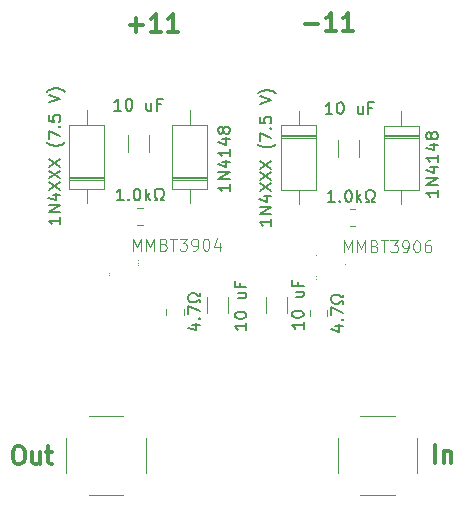
<source format=gbr>
%TF.GenerationSoftware,KiCad,Pcbnew,7.0.5*%
%TF.CreationDate,2023-06-22T18:40:55-05:00*%
%TF.ProjectId,Single.Channel.Amp,53696e67-6c65-42e4-9368-616e6e656c2e,rev?*%
%TF.SameCoordinates,Original*%
%TF.FileFunction,Legend,Top*%
%TF.FilePolarity,Positive*%
%FSLAX46Y46*%
G04 Gerber Fmt 4.6, Leading zero omitted, Abs format (unit mm)*
G04 Created by KiCad (PCBNEW 7.0.5) date 2023-06-22 18:40:55*
%MOMM*%
%LPD*%
G01*
G04 APERTURE LIST*
%ADD10C,0.300000*%
%ADD11C,0.150000*%
%ADD12C,0.100000*%
%ADD13C,0.120000*%
G04 APERTURE END LIST*
D10*
X40194510Y-22599400D02*
X41337368Y-22599400D01*
X40765939Y-23170828D02*
X40765939Y-22027971D01*
X42837368Y-23170828D02*
X41980225Y-23170828D01*
X42408796Y-23170828D02*
X42408796Y-21670828D01*
X42408796Y-21670828D02*
X42265939Y-21885114D01*
X42265939Y-21885114D02*
X42123082Y-22027971D01*
X42123082Y-22027971D02*
X41980225Y-22099400D01*
X44265939Y-23170828D02*
X43408796Y-23170828D01*
X43837367Y-23170828D02*
X43837367Y-21670828D01*
X43837367Y-21670828D02*
X43694510Y-21885114D01*
X43694510Y-21885114D02*
X43551653Y-22027971D01*
X43551653Y-22027971D02*
X43408796Y-22099400D01*
X30660225Y-58280828D02*
X30945939Y-58280828D01*
X30945939Y-58280828D02*
X31088796Y-58352257D01*
X31088796Y-58352257D02*
X31231653Y-58495114D01*
X31231653Y-58495114D02*
X31303082Y-58780828D01*
X31303082Y-58780828D02*
X31303082Y-59280828D01*
X31303082Y-59280828D02*
X31231653Y-59566542D01*
X31231653Y-59566542D02*
X31088796Y-59709400D01*
X31088796Y-59709400D02*
X30945939Y-59780828D01*
X30945939Y-59780828D02*
X30660225Y-59780828D01*
X30660225Y-59780828D02*
X30517368Y-59709400D01*
X30517368Y-59709400D02*
X30374510Y-59566542D01*
X30374510Y-59566542D02*
X30303082Y-59280828D01*
X30303082Y-59280828D02*
X30303082Y-58780828D01*
X30303082Y-58780828D02*
X30374510Y-58495114D01*
X30374510Y-58495114D02*
X30517368Y-58352257D01*
X30517368Y-58352257D02*
X30660225Y-58280828D01*
X32588797Y-58780828D02*
X32588797Y-59780828D01*
X31945939Y-58780828D02*
X31945939Y-59566542D01*
X31945939Y-59566542D02*
X32017368Y-59709400D01*
X32017368Y-59709400D02*
X32160225Y-59780828D01*
X32160225Y-59780828D02*
X32374511Y-59780828D01*
X32374511Y-59780828D02*
X32517368Y-59709400D01*
X32517368Y-59709400D02*
X32588797Y-59637971D01*
X33088797Y-58780828D02*
X33660225Y-58780828D01*
X33303082Y-58280828D02*
X33303082Y-59566542D01*
X33303082Y-59566542D02*
X33374511Y-59709400D01*
X33374511Y-59709400D02*
X33517368Y-59780828D01*
X33517368Y-59780828D02*
X33660225Y-59780828D01*
X66084510Y-59670828D02*
X66084510Y-58170828D01*
X66798796Y-58670828D02*
X66798796Y-59670828D01*
X66798796Y-58813685D02*
X66870225Y-58742257D01*
X66870225Y-58742257D02*
X67013082Y-58670828D01*
X67013082Y-58670828D02*
X67227368Y-58670828D01*
X67227368Y-58670828D02*
X67370225Y-58742257D01*
X67370225Y-58742257D02*
X67441654Y-58885114D01*
X67441654Y-58885114D02*
X67441654Y-59670828D01*
X55039510Y-22539400D02*
X56182368Y-22539400D01*
X57682368Y-23110828D02*
X56825225Y-23110828D01*
X57253796Y-23110828D02*
X57253796Y-21610828D01*
X57253796Y-21610828D02*
X57110939Y-21825114D01*
X57110939Y-21825114D02*
X56968082Y-21967971D01*
X56968082Y-21967971D02*
X56825225Y-22039400D01*
X59110939Y-23110828D02*
X58253796Y-23110828D01*
X58682367Y-23110828D02*
X58682367Y-21610828D01*
X58682367Y-21610828D02*
X58539510Y-21825114D01*
X58539510Y-21825114D02*
X58396653Y-21967971D01*
X58396653Y-21967971D02*
X58253796Y-22039400D01*
D11*
%TO.C,1.0k\u03A9*%
X57565238Y-37579819D02*
X56993810Y-37579819D01*
X57279524Y-37579819D02*
X57279524Y-36579819D01*
X57279524Y-36579819D02*
X57184286Y-36722676D01*
X57184286Y-36722676D02*
X57089048Y-36817914D01*
X57089048Y-36817914D02*
X56993810Y-36865533D01*
X57993810Y-37484580D02*
X58041429Y-37532200D01*
X58041429Y-37532200D02*
X57993810Y-37579819D01*
X57993810Y-37579819D02*
X57946191Y-37532200D01*
X57946191Y-37532200D02*
X57993810Y-37484580D01*
X57993810Y-37484580D02*
X57993810Y-37579819D01*
X58660476Y-36579819D02*
X58755714Y-36579819D01*
X58755714Y-36579819D02*
X58850952Y-36627438D01*
X58850952Y-36627438D02*
X58898571Y-36675057D01*
X58898571Y-36675057D02*
X58946190Y-36770295D01*
X58946190Y-36770295D02*
X58993809Y-36960771D01*
X58993809Y-36960771D02*
X58993809Y-37198866D01*
X58993809Y-37198866D02*
X58946190Y-37389342D01*
X58946190Y-37389342D02*
X58898571Y-37484580D01*
X58898571Y-37484580D02*
X58850952Y-37532200D01*
X58850952Y-37532200D02*
X58755714Y-37579819D01*
X58755714Y-37579819D02*
X58660476Y-37579819D01*
X58660476Y-37579819D02*
X58565238Y-37532200D01*
X58565238Y-37532200D02*
X58517619Y-37484580D01*
X58517619Y-37484580D02*
X58470000Y-37389342D01*
X58470000Y-37389342D02*
X58422381Y-37198866D01*
X58422381Y-37198866D02*
X58422381Y-36960771D01*
X58422381Y-36960771D02*
X58470000Y-36770295D01*
X58470000Y-36770295D02*
X58517619Y-36675057D01*
X58517619Y-36675057D02*
X58565238Y-36627438D01*
X58565238Y-36627438D02*
X58660476Y-36579819D01*
X59422381Y-37579819D02*
X59422381Y-36579819D01*
X59517619Y-37198866D02*
X59803333Y-37579819D01*
X59803333Y-36913152D02*
X59422381Y-37294104D01*
X60184286Y-37579819D02*
X60422381Y-37579819D01*
X60422381Y-37579819D02*
X60422381Y-37389342D01*
X60422381Y-37389342D02*
X60327143Y-37341723D01*
X60327143Y-37341723D02*
X60231905Y-37246485D01*
X60231905Y-37246485D02*
X60184286Y-37103628D01*
X60184286Y-37103628D02*
X60184286Y-36865533D01*
X60184286Y-36865533D02*
X60231905Y-36722676D01*
X60231905Y-36722676D02*
X60327143Y-36627438D01*
X60327143Y-36627438D02*
X60470000Y-36579819D01*
X60470000Y-36579819D02*
X60660476Y-36579819D01*
X60660476Y-36579819D02*
X60803333Y-36627438D01*
X60803333Y-36627438D02*
X60898571Y-36722676D01*
X60898571Y-36722676D02*
X60946190Y-36865533D01*
X60946190Y-36865533D02*
X60946190Y-37103628D01*
X60946190Y-37103628D02*
X60898571Y-37246485D01*
X60898571Y-37246485D02*
X60803333Y-37341723D01*
X60803333Y-37341723D02*
X60708095Y-37389342D01*
X60708095Y-37389342D02*
X60708095Y-37579819D01*
X60708095Y-37579819D02*
X60946190Y-37579819D01*
%TO.C,10 uF*%
X57352618Y-30139819D02*
X56781190Y-30139819D01*
X57066904Y-30139819D02*
X57066904Y-29139819D01*
X57066904Y-29139819D02*
X56971666Y-29282676D01*
X56971666Y-29282676D02*
X56876428Y-29377914D01*
X56876428Y-29377914D02*
X56781190Y-29425533D01*
X57971666Y-29139819D02*
X58066904Y-29139819D01*
X58066904Y-29139819D02*
X58162142Y-29187438D01*
X58162142Y-29187438D02*
X58209761Y-29235057D01*
X58209761Y-29235057D02*
X58257380Y-29330295D01*
X58257380Y-29330295D02*
X58304999Y-29520771D01*
X58304999Y-29520771D02*
X58304999Y-29758866D01*
X58304999Y-29758866D02*
X58257380Y-29949342D01*
X58257380Y-29949342D02*
X58209761Y-30044580D01*
X58209761Y-30044580D02*
X58162142Y-30092200D01*
X58162142Y-30092200D02*
X58066904Y-30139819D01*
X58066904Y-30139819D02*
X57971666Y-30139819D01*
X57971666Y-30139819D02*
X57876428Y-30092200D01*
X57876428Y-30092200D02*
X57828809Y-30044580D01*
X57828809Y-30044580D02*
X57781190Y-29949342D01*
X57781190Y-29949342D02*
X57733571Y-29758866D01*
X57733571Y-29758866D02*
X57733571Y-29520771D01*
X57733571Y-29520771D02*
X57781190Y-29330295D01*
X57781190Y-29330295D02*
X57828809Y-29235057D01*
X57828809Y-29235057D02*
X57876428Y-29187438D01*
X57876428Y-29187438D02*
X57971666Y-29139819D01*
X59924047Y-29473152D02*
X59924047Y-30139819D01*
X59495476Y-29473152D02*
X59495476Y-29996961D01*
X59495476Y-29996961D02*
X59543095Y-30092200D01*
X59543095Y-30092200D02*
X59638333Y-30139819D01*
X59638333Y-30139819D02*
X59781190Y-30139819D01*
X59781190Y-30139819D02*
X59876428Y-30092200D01*
X59876428Y-30092200D02*
X59924047Y-30044580D01*
X60733571Y-29616009D02*
X60400238Y-29616009D01*
X60400238Y-30139819D02*
X60400238Y-29139819D01*
X60400238Y-29139819D02*
X60876428Y-29139819D01*
%TO.C,4.7\u03A9*%
X45478152Y-47995237D02*
X46144819Y-47995237D01*
X45097200Y-48233332D02*
X45811485Y-48471427D01*
X45811485Y-48471427D02*
X45811485Y-47852380D01*
X46049580Y-47471427D02*
X46097200Y-47423808D01*
X46097200Y-47423808D02*
X46144819Y-47471427D01*
X46144819Y-47471427D02*
X46097200Y-47519046D01*
X46097200Y-47519046D02*
X46049580Y-47471427D01*
X46049580Y-47471427D02*
X46144819Y-47471427D01*
X45144819Y-47090475D02*
X45144819Y-46423809D01*
X45144819Y-46423809D02*
X46144819Y-46852380D01*
X46144819Y-46090475D02*
X46144819Y-45852380D01*
X46144819Y-45852380D02*
X45954342Y-45852380D01*
X45954342Y-45852380D02*
X45906723Y-45947618D01*
X45906723Y-45947618D02*
X45811485Y-46042856D01*
X45811485Y-46042856D02*
X45668628Y-46090475D01*
X45668628Y-46090475D02*
X45430533Y-46090475D01*
X45430533Y-46090475D02*
X45287676Y-46042856D01*
X45287676Y-46042856D02*
X45192438Y-45947618D01*
X45192438Y-45947618D02*
X45144819Y-45804761D01*
X45144819Y-45804761D02*
X45144819Y-45614285D01*
X45144819Y-45614285D02*
X45192438Y-45471428D01*
X45192438Y-45471428D02*
X45287676Y-45376190D01*
X45287676Y-45376190D02*
X45430533Y-45328571D01*
X45430533Y-45328571D02*
X45668628Y-45328571D01*
X45668628Y-45328571D02*
X45811485Y-45376190D01*
X45811485Y-45376190D02*
X45906723Y-45471428D01*
X45906723Y-45471428D02*
X45954342Y-45566666D01*
X45954342Y-45566666D02*
X46144819Y-45566666D01*
X46144819Y-45566666D02*
X46144819Y-45328571D01*
%TO.C,1N4XXX (7.5 V)*%
X34329819Y-38880476D02*
X34329819Y-39451904D01*
X34329819Y-39166190D02*
X33329819Y-39166190D01*
X33329819Y-39166190D02*
X33472676Y-39261428D01*
X33472676Y-39261428D02*
X33567914Y-39356666D01*
X33567914Y-39356666D02*
X33615533Y-39451904D01*
X34329819Y-38451904D02*
X33329819Y-38451904D01*
X33329819Y-38451904D02*
X34329819Y-37880476D01*
X34329819Y-37880476D02*
X33329819Y-37880476D01*
X33663152Y-36975714D02*
X34329819Y-36975714D01*
X33282200Y-37213809D02*
X33996485Y-37451904D01*
X33996485Y-37451904D02*
X33996485Y-36832857D01*
X33329819Y-36547142D02*
X34329819Y-35880476D01*
X33329819Y-35880476D02*
X34329819Y-36547142D01*
X33329819Y-35594761D02*
X34329819Y-34928095D01*
X33329819Y-34928095D02*
X34329819Y-35594761D01*
X33329819Y-34642380D02*
X34329819Y-33975714D01*
X33329819Y-33975714D02*
X34329819Y-34642380D01*
X34710771Y-32547142D02*
X34663152Y-32594761D01*
X34663152Y-32594761D02*
X34520295Y-32689999D01*
X34520295Y-32689999D02*
X34425057Y-32737618D01*
X34425057Y-32737618D02*
X34282200Y-32785237D01*
X34282200Y-32785237D02*
X34044104Y-32832856D01*
X34044104Y-32832856D02*
X33853628Y-32832856D01*
X33853628Y-32832856D02*
X33615533Y-32785237D01*
X33615533Y-32785237D02*
X33472676Y-32737618D01*
X33472676Y-32737618D02*
X33377438Y-32689999D01*
X33377438Y-32689999D02*
X33234580Y-32594761D01*
X33234580Y-32594761D02*
X33186961Y-32547142D01*
X33329819Y-32261427D02*
X33329819Y-31594761D01*
X33329819Y-31594761D02*
X34329819Y-32023332D01*
X34234580Y-31213808D02*
X34282200Y-31166189D01*
X34282200Y-31166189D02*
X34329819Y-31213808D01*
X34329819Y-31213808D02*
X34282200Y-31261427D01*
X34282200Y-31261427D02*
X34234580Y-31213808D01*
X34234580Y-31213808D02*
X34329819Y-31213808D01*
X33329819Y-30261428D02*
X33329819Y-30737618D01*
X33329819Y-30737618D02*
X33806009Y-30785237D01*
X33806009Y-30785237D02*
X33758390Y-30737618D01*
X33758390Y-30737618D02*
X33710771Y-30642380D01*
X33710771Y-30642380D02*
X33710771Y-30404285D01*
X33710771Y-30404285D02*
X33758390Y-30309047D01*
X33758390Y-30309047D02*
X33806009Y-30261428D01*
X33806009Y-30261428D02*
X33901247Y-30213809D01*
X33901247Y-30213809D02*
X34139342Y-30213809D01*
X34139342Y-30213809D02*
X34234580Y-30261428D01*
X34234580Y-30261428D02*
X34282200Y-30309047D01*
X34282200Y-30309047D02*
X34329819Y-30404285D01*
X34329819Y-30404285D02*
X34329819Y-30642380D01*
X34329819Y-30642380D02*
X34282200Y-30737618D01*
X34282200Y-30737618D02*
X34234580Y-30785237D01*
X33329819Y-29166189D02*
X34329819Y-28832856D01*
X34329819Y-28832856D02*
X33329819Y-28499523D01*
X34710771Y-28261427D02*
X34663152Y-28213808D01*
X34663152Y-28213808D02*
X34520295Y-28118570D01*
X34520295Y-28118570D02*
X34425057Y-28070951D01*
X34425057Y-28070951D02*
X34282200Y-28023332D01*
X34282200Y-28023332D02*
X34044104Y-27975713D01*
X34044104Y-27975713D02*
X33853628Y-27975713D01*
X33853628Y-27975713D02*
X33615533Y-28023332D01*
X33615533Y-28023332D02*
X33472676Y-28070951D01*
X33472676Y-28070951D02*
X33377438Y-28118570D01*
X33377438Y-28118570D02*
X33234580Y-28213808D01*
X33234580Y-28213808D02*
X33186961Y-28261427D01*
%TO.C,10 uF*%
X54929819Y-47762381D02*
X54929819Y-48333809D01*
X54929819Y-48048095D02*
X53929819Y-48048095D01*
X53929819Y-48048095D02*
X54072676Y-48143333D01*
X54072676Y-48143333D02*
X54167914Y-48238571D01*
X54167914Y-48238571D02*
X54215533Y-48333809D01*
X53929819Y-47143333D02*
X53929819Y-47048095D01*
X53929819Y-47048095D02*
X53977438Y-46952857D01*
X53977438Y-46952857D02*
X54025057Y-46905238D01*
X54025057Y-46905238D02*
X54120295Y-46857619D01*
X54120295Y-46857619D02*
X54310771Y-46810000D01*
X54310771Y-46810000D02*
X54548866Y-46810000D01*
X54548866Y-46810000D02*
X54739342Y-46857619D01*
X54739342Y-46857619D02*
X54834580Y-46905238D01*
X54834580Y-46905238D02*
X54882200Y-46952857D01*
X54882200Y-46952857D02*
X54929819Y-47048095D01*
X54929819Y-47048095D02*
X54929819Y-47143333D01*
X54929819Y-47143333D02*
X54882200Y-47238571D01*
X54882200Y-47238571D02*
X54834580Y-47286190D01*
X54834580Y-47286190D02*
X54739342Y-47333809D01*
X54739342Y-47333809D02*
X54548866Y-47381428D01*
X54548866Y-47381428D02*
X54310771Y-47381428D01*
X54310771Y-47381428D02*
X54120295Y-47333809D01*
X54120295Y-47333809D02*
X54025057Y-47286190D01*
X54025057Y-47286190D02*
X53977438Y-47238571D01*
X53977438Y-47238571D02*
X53929819Y-47143333D01*
X54263152Y-45190952D02*
X54929819Y-45190952D01*
X54263152Y-45619523D02*
X54786961Y-45619523D01*
X54786961Y-45619523D02*
X54882200Y-45571904D01*
X54882200Y-45571904D02*
X54929819Y-45476666D01*
X54929819Y-45476666D02*
X54929819Y-45333809D01*
X54929819Y-45333809D02*
X54882200Y-45238571D01*
X54882200Y-45238571D02*
X54834580Y-45190952D01*
X54406009Y-44381428D02*
X54406009Y-44714761D01*
X54929819Y-44714761D02*
X53929819Y-44714761D01*
X53929819Y-44714761D02*
X53929819Y-44238571D01*
D12*
%TO.C,MMBT3904*%
X40474524Y-41707419D02*
X40474524Y-40707419D01*
X40474524Y-40707419D02*
X40807857Y-41421704D01*
X40807857Y-41421704D02*
X41141190Y-40707419D01*
X41141190Y-40707419D02*
X41141190Y-41707419D01*
X41617381Y-41707419D02*
X41617381Y-40707419D01*
X41617381Y-40707419D02*
X41950714Y-41421704D01*
X41950714Y-41421704D02*
X42284047Y-40707419D01*
X42284047Y-40707419D02*
X42284047Y-41707419D01*
X43093571Y-41183609D02*
X43236428Y-41231228D01*
X43236428Y-41231228D02*
X43284047Y-41278847D01*
X43284047Y-41278847D02*
X43331666Y-41374085D01*
X43331666Y-41374085D02*
X43331666Y-41516942D01*
X43331666Y-41516942D02*
X43284047Y-41612180D01*
X43284047Y-41612180D02*
X43236428Y-41659800D01*
X43236428Y-41659800D02*
X43141190Y-41707419D01*
X43141190Y-41707419D02*
X42760238Y-41707419D01*
X42760238Y-41707419D02*
X42760238Y-40707419D01*
X42760238Y-40707419D02*
X43093571Y-40707419D01*
X43093571Y-40707419D02*
X43188809Y-40755038D01*
X43188809Y-40755038D02*
X43236428Y-40802657D01*
X43236428Y-40802657D02*
X43284047Y-40897895D01*
X43284047Y-40897895D02*
X43284047Y-40993133D01*
X43284047Y-40993133D02*
X43236428Y-41088371D01*
X43236428Y-41088371D02*
X43188809Y-41135990D01*
X43188809Y-41135990D02*
X43093571Y-41183609D01*
X43093571Y-41183609D02*
X42760238Y-41183609D01*
X43617381Y-40707419D02*
X44188809Y-40707419D01*
X43903095Y-41707419D02*
X43903095Y-40707419D01*
X44426905Y-40707419D02*
X45045952Y-40707419D01*
X45045952Y-40707419D02*
X44712619Y-41088371D01*
X44712619Y-41088371D02*
X44855476Y-41088371D01*
X44855476Y-41088371D02*
X44950714Y-41135990D01*
X44950714Y-41135990D02*
X44998333Y-41183609D01*
X44998333Y-41183609D02*
X45045952Y-41278847D01*
X45045952Y-41278847D02*
X45045952Y-41516942D01*
X45045952Y-41516942D02*
X44998333Y-41612180D01*
X44998333Y-41612180D02*
X44950714Y-41659800D01*
X44950714Y-41659800D02*
X44855476Y-41707419D01*
X44855476Y-41707419D02*
X44569762Y-41707419D01*
X44569762Y-41707419D02*
X44474524Y-41659800D01*
X44474524Y-41659800D02*
X44426905Y-41612180D01*
X45522143Y-41707419D02*
X45712619Y-41707419D01*
X45712619Y-41707419D02*
X45807857Y-41659800D01*
X45807857Y-41659800D02*
X45855476Y-41612180D01*
X45855476Y-41612180D02*
X45950714Y-41469323D01*
X45950714Y-41469323D02*
X45998333Y-41278847D01*
X45998333Y-41278847D02*
X45998333Y-40897895D01*
X45998333Y-40897895D02*
X45950714Y-40802657D01*
X45950714Y-40802657D02*
X45903095Y-40755038D01*
X45903095Y-40755038D02*
X45807857Y-40707419D01*
X45807857Y-40707419D02*
X45617381Y-40707419D01*
X45617381Y-40707419D02*
X45522143Y-40755038D01*
X45522143Y-40755038D02*
X45474524Y-40802657D01*
X45474524Y-40802657D02*
X45426905Y-40897895D01*
X45426905Y-40897895D02*
X45426905Y-41135990D01*
X45426905Y-41135990D02*
X45474524Y-41231228D01*
X45474524Y-41231228D02*
X45522143Y-41278847D01*
X45522143Y-41278847D02*
X45617381Y-41326466D01*
X45617381Y-41326466D02*
X45807857Y-41326466D01*
X45807857Y-41326466D02*
X45903095Y-41278847D01*
X45903095Y-41278847D02*
X45950714Y-41231228D01*
X45950714Y-41231228D02*
X45998333Y-41135990D01*
X46617381Y-40707419D02*
X46712619Y-40707419D01*
X46712619Y-40707419D02*
X46807857Y-40755038D01*
X46807857Y-40755038D02*
X46855476Y-40802657D01*
X46855476Y-40802657D02*
X46903095Y-40897895D01*
X46903095Y-40897895D02*
X46950714Y-41088371D01*
X46950714Y-41088371D02*
X46950714Y-41326466D01*
X46950714Y-41326466D02*
X46903095Y-41516942D01*
X46903095Y-41516942D02*
X46855476Y-41612180D01*
X46855476Y-41612180D02*
X46807857Y-41659800D01*
X46807857Y-41659800D02*
X46712619Y-41707419D01*
X46712619Y-41707419D02*
X46617381Y-41707419D01*
X46617381Y-41707419D02*
X46522143Y-41659800D01*
X46522143Y-41659800D02*
X46474524Y-41612180D01*
X46474524Y-41612180D02*
X46426905Y-41516942D01*
X46426905Y-41516942D02*
X46379286Y-41326466D01*
X46379286Y-41326466D02*
X46379286Y-41088371D01*
X46379286Y-41088371D02*
X46426905Y-40897895D01*
X46426905Y-40897895D02*
X46474524Y-40802657D01*
X46474524Y-40802657D02*
X46522143Y-40755038D01*
X46522143Y-40755038D02*
X46617381Y-40707419D01*
X47807857Y-41040752D02*
X47807857Y-41707419D01*
X47569762Y-40659800D02*
X47331667Y-41374085D01*
X47331667Y-41374085D02*
X47950714Y-41374085D01*
D11*
%TO.C,*%
%TO.C,1.0k\u03A9*%
X39680238Y-37464819D02*
X39108810Y-37464819D01*
X39394524Y-37464819D02*
X39394524Y-36464819D01*
X39394524Y-36464819D02*
X39299286Y-36607676D01*
X39299286Y-36607676D02*
X39204048Y-36702914D01*
X39204048Y-36702914D02*
X39108810Y-36750533D01*
X40108810Y-37369580D02*
X40156429Y-37417200D01*
X40156429Y-37417200D02*
X40108810Y-37464819D01*
X40108810Y-37464819D02*
X40061191Y-37417200D01*
X40061191Y-37417200D02*
X40108810Y-37369580D01*
X40108810Y-37369580D02*
X40108810Y-37464819D01*
X40775476Y-36464819D02*
X40870714Y-36464819D01*
X40870714Y-36464819D02*
X40965952Y-36512438D01*
X40965952Y-36512438D02*
X41013571Y-36560057D01*
X41013571Y-36560057D02*
X41061190Y-36655295D01*
X41061190Y-36655295D02*
X41108809Y-36845771D01*
X41108809Y-36845771D02*
X41108809Y-37083866D01*
X41108809Y-37083866D02*
X41061190Y-37274342D01*
X41061190Y-37274342D02*
X41013571Y-37369580D01*
X41013571Y-37369580D02*
X40965952Y-37417200D01*
X40965952Y-37417200D02*
X40870714Y-37464819D01*
X40870714Y-37464819D02*
X40775476Y-37464819D01*
X40775476Y-37464819D02*
X40680238Y-37417200D01*
X40680238Y-37417200D02*
X40632619Y-37369580D01*
X40632619Y-37369580D02*
X40585000Y-37274342D01*
X40585000Y-37274342D02*
X40537381Y-37083866D01*
X40537381Y-37083866D02*
X40537381Y-36845771D01*
X40537381Y-36845771D02*
X40585000Y-36655295D01*
X40585000Y-36655295D02*
X40632619Y-36560057D01*
X40632619Y-36560057D02*
X40680238Y-36512438D01*
X40680238Y-36512438D02*
X40775476Y-36464819D01*
X41537381Y-37464819D02*
X41537381Y-36464819D01*
X41632619Y-37083866D02*
X41918333Y-37464819D01*
X41918333Y-36798152D02*
X41537381Y-37179104D01*
X42299286Y-37464819D02*
X42537381Y-37464819D01*
X42537381Y-37464819D02*
X42537381Y-37274342D01*
X42537381Y-37274342D02*
X42442143Y-37226723D01*
X42442143Y-37226723D02*
X42346905Y-37131485D01*
X42346905Y-37131485D02*
X42299286Y-36988628D01*
X42299286Y-36988628D02*
X42299286Y-36750533D01*
X42299286Y-36750533D02*
X42346905Y-36607676D01*
X42346905Y-36607676D02*
X42442143Y-36512438D01*
X42442143Y-36512438D02*
X42585000Y-36464819D01*
X42585000Y-36464819D02*
X42775476Y-36464819D01*
X42775476Y-36464819D02*
X42918333Y-36512438D01*
X42918333Y-36512438D02*
X43013571Y-36607676D01*
X43013571Y-36607676D02*
X43061190Y-36750533D01*
X43061190Y-36750533D02*
X43061190Y-36988628D01*
X43061190Y-36988628D02*
X43013571Y-37131485D01*
X43013571Y-37131485D02*
X42918333Y-37226723D01*
X42918333Y-37226723D02*
X42823095Y-37274342D01*
X42823095Y-37274342D02*
X42823095Y-37464819D01*
X42823095Y-37464819D02*
X43061190Y-37464819D01*
%TO.C,*%
%TO.C,10 uF*%
X39467618Y-29854819D02*
X38896190Y-29854819D01*
X39181904Y-29854819D02*
X39181904Y-28854819D01*
X39181904Y-28854819D02*
X39086666Y-28997676D01*
X39086666Y-28997676D02*
X38991428Y-29092914D01*
X38991428Y-29092914D02*
X38896190Y-29140533D01*
X40086666Y-28854819D02*
X40181904Y-28854819D01*
X40181904Y-28854819D02*
X40277142Y-28902438D01*
X40277142Y-28902438D02*
X40324761Y-28950057D01*
X40324761Y-28950057D02*
X40372380Y-29045295D01*
X40372380Y-29045295D02*
X40419999Y-29235771D01*
X40419999Y-29235771D02*
X40419999Y-29473866D01*
X40419999Y-29473866D02*
X40372380Y-29664342D01*
X40372380Y-29664342D02*
X40324761Y-29759580D01*
X40324761Y-29759580D02*
X40277142Y-29807200D01*
X40277142Y-29807200D02*
X40181904Y-29854819D01*
X40181904Y-29854819D02*
X40086666Y-29854819D01*
X40086666Y-29854819D02*
X39991428Y-29807200D01*
X39991428Y-29807200D02*
X39943809Y-29759580D01*
X39943809Y-29759580D02*
X39896190Y-29664342D01*
X39896190Y-29664342D02*
X39848571Y-29473866D01*
X39848571Y-29473866D02*
X39848571Y-29235771D01*
X39848571Y-29235771D02*
X39896190Y-29045295D01*
X39896190Y-29045295D02*
X39943809Y-28950057D01*
X39943809Y-28950057D02*
X39991428Y-28902438D01*
X39991428Y-28902438D02*
X40086666Y-28854819D01*
X42039047Y-29188152D02*
X42039047Y-29854819D01*
X41610476Y-29188152D02*
X41610476Y-29711961D01*
X41610476Y-29711961D02*
X41658095Y-29807200D01*
X41658095Y-29807200D02*
X41753333Y-29854819D01*
X41753333Y-29854819D02*
X41896190Y-29854819D01*
X41896190Y-29854819D02*
X41991428Y-29807200D01*
X41991428Y-29807200D02*
X42039047Y-29759580D01*
X42848571Y-29331009D02*
X42515238Y-29331009D01*
X42515238Y-29854819D02*
X42515238Y-28854819D01*
X42515238Y-28854819D02*
X42991428Y-28854819D01*
%TO.C,1N4148*%
X48694819Y-36082857D02*
X48694819Y-36654285D01*
X48694819Y-36368571D02*
X47694819Y-36368571D01*
X47694819Y-36368571D02*
X47837676Y-36463809D01*
X47837676Y-36463809D02*
X47932914Y-36559047D01*
X47932914Y-36559047D02*
X47980533Y-36654285D01*
X48694819Y-35654285D02*
X47694819Y-35654285D01*
X47694819Y-35654285D02*
X48694819Y-35082857D01*
X48694819Y-35082857D02*
X47694819Y-35082857D01*
X48028152Y-34178095D02*
X48694819Y-34178095D01*
X47647200Y-34416190D02*
X48361485Y-34654285D01*
X48361485Y-34654285D02*
X48361485Y-34035238D01*
X48694819Y-33130476D02*
X48694819Y-33701904D01*
X48694819Y-33416190D02*
X47694819Y-33416190D01*
X47694819Y-33416190D02*
X47837676Y-33511428D01*
X47837676Y-33511428D02*
X47932914Y-33606666D01*
X47932914Y-33606666D02*
X47980533Y-33701904D01*
X48028152Y-32273333D02*
X48694819Y-32273333D01*
X47647200Y-32511428D02*
X48361485Y-32749523D01*
X48361485Y-32749523D02*
X48361485Y-32130476D01*
X48123390Y-31606666D02*
X48075771Y-31701904D01*
X48075771Y-31701904D02*
X48028152Y-31749523D01*
X48028152Y-31749523D02*
X47932914Y-31797142D01*
X47932914Y-31797142D02*
X47885295Y-31797142D01*
X47885295Y-31797142D02*
X47790057Y-31749523D01*
X47790057Y-31749523D02*
X47742438Y-31701904D01*
X47742438Y-31701904D02*
X47694819Y-31606666D01*
X47694819Y-31606666D02*
X47694819Y-31416190D01*
X47694819Y-31416190D02*
X47742438Y-31320952D01*
X47742438Y-31320952D02*
X47790057Y-31273333D01*
X47790057Y-31273333D02*
X47885295Y-31225714D01*
X47885295Y-31225714D02*
X47932914Y-31225714D01*
X47932914Y-31225714D02*
X48028152Y-31273333D01*
X48028152Y-31273333D02*
X48075771Y-31320952D01*
X48075771Y-31320952D02*
X48123390Y-31416190D01*
X48123390Y-31416190D02*
X48123390Y-31606666D01*
X48123390Y-31606666D02*
X48171009Y-31701904D01*
X48171009Y-31701904D02*
X48218628Y-31749523D01*
X48218628Y-31749523D02*
X48313866Y-31797142D01*
X48313866Y-31797142D02*
X48504342Y-31797142D01*
X48504342Y-31797142D02*
X48599580Y-31749523D01*
X48599580Y-31749523D02*
X48647200Y-31701904D01*
X48647200Y-31701904D02*
X48694819Y-31606666D01*
X48694819Y-31606666D02*
X48694819Y-31416190D01*
X48694819Y-31416190D02*
X48647200Y-31320952D01*
X48647200Y-31320952D02*
X48599580Y-31273333D01*
X48599580Y-31273333D02*
X48504342Y-31225714D01*
X48504342Y-31225714D02*
X48313866Y-31225714D01*
X48313866Y-31225714D02*
X48218628Y-31273333D01*
X48218628Y-31273333D02*
X48171009Y-31320952D01*
X48171009Y-31320952D02*
X48123390Y-31416190D01*
%TO.C,1N4XXX (7.5 V)*%
X52194819Y-39025476D02*
X52194819Y-39596904D01*
X52194819Y-39311190D02*
X51194819Y-39311190D01*
X51194819Y-39311190D02*
X51337676Y-39406428D01*
X51337676Y-39406428D02*
X51432914Y-39501666D01*
X51432914Y-39501666D02*
X51480533Y-39596904D01*
X52194819Y-38596904D02*
X51194819Y-38596904D01*
X51194819Y-38596904D02*
X52194819Y-38025476D01*
X52194819Y-38025476D02*
X51194819Y-38025476D01*
X51528152Y-37120714D02*
X52194819Y-37120714D01*
X51147200Y-37358809D02*
X51861485Y-37596904D01*
X51861485Y-37596904D02*
X51861485Y-36977857D01*
X51194819Y-36692142D02*
X52194819Y-36025476D01*
X51194819Y-36025476D02*
X52194819Y-36692142D01*
X51194819Y-35739761D02*
X52194819Y-35073095D01*
X51194819Y-35073095D02*
X52194819Y-35739761D01*
X51194819Y-34787380D02*
X52194819Y-34120714D01*
X51194819Y-34120714D02*
X52194819Y-34787380D01*
X52575771Y-32692142D02*
X52528152Y-32739761D01*
X52528152Y-32739761D02*
X52385295Y-32834999D01*
X52385295Y-32834999D02*
X52290057Y-32882618D01*
X52290057Y-32882618D02*
X52147200Y-32930237D01*
X52147200Y-32930237D02*
X51909104Y-32977856D01*
X51909104Y-32977856D02*
X51718628Y-32977856D01*
X51718628Y-32977856D02*
X51480533Y-32930237D01*
X51480533Y-32930237D02*
X51337676Y-32882618D01*
X51337676Y-32882618D02*
X51242438Y-32834999D01*
X51242438Y-32834999D02*
X51099580Y-32739761D01*
X51099580Y-32739761D02*
X51051961Y-32692142D01*
X51194819Y-32406427D02*
X51194819Y-31739761D01*
X51194819Y-31739761D02*
X52194819Y-32168332D01*
X52099580Y-31358808D02*
X52147200Y-31311189D01*
X52147200Y-31311189D02*
X52194819Y-31358808D01*
X52194819Y-31358808D02*
X52147200Y-31406427D01*
X52147200Y-31406427D02*
X52099580Y-31358808D01*
X52099580Y-31358808D02*
X52194819Y-31358808D01*
X51194819Y-30406428D02*
X51194819Y-30882618D01*
X51194819Y-30882618D02*
X51671009Y-30930237D01*
X51671009Y-30930237D02*
X51623390Y-30882618D01*
X51623390Y-30882618D02*
X51575771Y-30787380D01*
X51575771Y-30787380D02*
X51575771Y-30549285D01*
X51575771Y-30549285D02*
X51623390Y-30454047D01*
X51623390Y-30454047D02*
X51671009Y-30406428D01*
X51671009Y-30406428D02*
X51766247Y-30358809D01*
X51766247Y-30358809D02*
X52004342Y-30358809D01*
X52004342Y-30358809D02*
X52099580Y-30406428D01*
X52099580Y-30406428D02*
X52147200Y-30454047D01*
X52147200Y-30454047D02*
X52194819Y-30549285D01*
X52194819Y-30549285D02*
X52194819Y-30787380D01*
X52194819Y-30787380D02*
X52147200Y-30882618D01*
X52147200Y-30882618D02*
X52099580Y-30930237D01*
X51194819Y-29311189D02*
X52194819Y-28977856D01*
X52194819Y-28977856D02*
X51194819Y-28644523D01*
X52575771Y-28406427D02*
X52528152Y-28358808D01*
X52528152Y-28358808D02*
X52385295Y-28263570D01*
X52385295Y-28263570D02*
X52290057Y-28215951D01*
X52290057Y-28215951D02*
X52147200Y-28168332D01*
X52147200Y-28168332D02*
X51909104Y-28120713D01*
X51909104Y-28120713D02*
X51718628Y-28120713D01*
X51718628Y-28120713D02*
X51480533Y-28168332D01*
X51480533Y-28168332D02*
X51337676Y-28215951D01*
X51337676Y-28215951D02*
X51242438Y-28263570D01*
X51242438Y-28263570D02*
X51099580Y-28358808D01*
X51099580Y-28358808D02*
X51051961Y-28406427D01*
%TO.C,1N4148*%
X66299819Y-36557857D02*
X66299819Y-37129285D01*
X66299819Y-36843571D02*
X65299819Y-36843571D01*
X65299819Y-36843571D02*
X65442676Y-36938809D01*
X65442676Y-36938809D02*
X65537914Y-37034047D01*
X65537914Y-37034047D02*
X65585533Y-37129285D01*
X66299819Y-36129285D02*
X65299819Y-36129285D01*
X65299819Y-36129285D02*
X66299819Y-35557857D01*
X66299819Y-35557857D02*
X65299819Y-35557857D01*
X65633152Y-34653095D02*
X66299819Y-34653095D01*
X65252200Y-34891190D02*
X65966485Y-35129285D01*
X65966485Y-35129285D02*
X65966485Y-34510238D01*
X66299819Y-33605476D02*
X66299819Y-34176904D01*
X66299819Y-33891190D02*
X65299819Y-33891190D01*
X65299819Y-33891190D02*
X65442676Y-33986428D01*
X65442676Y-33986428D02*
X65537914Y-34081666D01*
X65537914Y-34081666D02*
X65585533Y-34176904D01*
X65633152Y-32748333D02*
X66299819Y-32748333D01*
X65252200Y-32986428D02*
X65966485Y-33224523D01*
X65966485Y-33224523D02*
X65966485Y-32605476D01*
X65728390Y-32081666D02*
X65680771Y-32176904D01*
X65680771Y-32176904D02*
X65633152Y-32224523D01*
X65633152Y-32224523D02*
X65537914Y-32272142D01*
X65537914Y-32272142D02*
X65490295Y-32272142D01*
X65490295Y-32272142D02*
X65395057Y-32224523D01*
X65395057Y-32224523D02*
X65347438Y-32176904D01*
X65347438Y-32176904D02*
X65299819Y-32081666D01*
X65299819Y-32081666D02*
X65299819Y-31891190D01*
X65299819Y-31891190D02*
X65347438Y-31795952D01*
X65347438Y-31795952D02*
X65395057Y-31748333D01*
X65395057Y-31748333D02*
X65490295Y-31700714D01*
X65490295Y-31700714D02*
X65537914Y-31700714D01*
X65537914Y-31700714D02*
X65633152Y-31748333D01*
X65633152Y-31748333D02*
X65680771Y-31795952D01*
X65680771Y-31795952D02*
X65728390Y-31891190D01*
X65728390Y-31891190D02*
X65728390Y-32081666D01*
X65728390Y-32081666D02*
X65776009Y-32176904D01*
X65776009Y-32176904D02*
X65823628Y-32224523D01*
X65823628Y-32224523D02*
X65918866Y-32272142D01*
X65918866Y-32272142D02*
X66109342Y-32272142D01*
X66109342Y-32272142D02*
X66204580Y-32224523D01*
X66204580Y-32224523D02*
X66252200Y-32176904D01*
X66252200Y-32176904D02*
X66299819Y-32081666D01*
X66299819Y-32081666D02*
X66299819Y-31891190D01*
X66299819Y-31891190D02*
X66252200Y-31795952D01*
X66252200Y-31795952D02*
X66204580Y-31748333D01*
X66204580Y-31748333D02*
X66109342Y-31700714D01*
X66109342Y-31700714D02*
X65918866Y-31700714D01*
X65918866Y-31700714D02*
X65823628Y-31748333D01*
X65823628Y-31748333D02*
X65776009Y-31795952D01*
X65776009Y-31795952D02*
X65728390Y-31891190D01*
D12*
%TO.C,MMBT3906*%
X58314524Y-41842419D02*
X58314524Y-40842419D01*
X58314524Y-40842419D02*
X58647857Y-41556704D01*
X58647857Y-41556704D02*
X58981190Y-40842419D01*
X58981190Y-40842419D02*
X58981190Y-41842419D01*
X59457381Y-41842419D02*
X59457381Y-40842419D01*
X59457381Y-40842419D02*
X59790714Y-41556704D01*
X59790714Y-41556704D02*
X60124047Y-40842419D01*
X60124047Y-40842419D02*
X60124047Y-41842419D01*
X60933571Y-41318609D02*
X61076428Y-41366228D01*
X61076428Y-41366228D02*
X61124047Y-41413847D01*
X61124047Y-41413847D02*
X61171666Y-41509085D01*
X61171666Y-41509085D02*
X61171666Y-41651942D01*
X61171666Y-41651942D02*
X61124047Y-41747180D01*
X61124047Y-41747180D02*
X61076428Y-41794800D01*
X61076428Y-41794800D02*
X60981190Y-41842419D01*
X60981190Y-41842419D02*
X60600238Y-41842419D01*
X60600238Y-41842419D02*
X60600238Y-40842419D01*
X60600238Y-40842419D02*
X60933571Y-40842419D01*
X60933571Y-40842419D02*
X61028809Y-40890038D01*
X61028809Y-40890038D02*
X61076428Y-40937657D01*
X61076428Y-40937657D02*
X61124047Y-41032895D01*
X61124047Y-41032895D02*
X61124047Y-41128133D01*
X61124047Y-41128133D02*
X61076428Y-41223371D01*
X61076428Y-41223371D02*
X61028809Y-41270990D01*
X61028809Y-41270990D02*
X60933571Y-41318609D01*
X60933571Y-41318609D02*
X60600238Y-41318609D01*
X61457381Y-40842419D02*
X62028809Y-40842419D01*
X61743095Y-41842419D02*
X61743095Y-40842419D01*
X62266905Y-40842419D02*
X62885952Y-40842419D01*
X62885952Y-40842419D02*
X62552619Y-41223371D01*
X62552619Y-41223371D02*
X62695476Y-41223371D01*
X62695476Y-41223371D02*
X62790714Y-41270990D01*
X62790714Y-41270990D02*
X62838333Y-41318609D01*
X62838333Y-41318609D02*
X62885952Y-41413847D01*
X62885952Y-41413847D02*
X62885952Y-41651942D01*
X62885952Y-41651942D02*
X62838333Y-41747180D01*
X62838333Y-41747180D02*
X62790714Y-41794800D01*
X62790714Y-41794800D02*
X62695476Y-41842419D01*
X62695476Y-41842419D02*
X62409762Y-41842419D01*
X62409762Y-41842419D02*
X62314524Y-41794800D01*
X62314524Y-41794800D02*
X62266905Y-41747180D01*
X63362143Y-41842419D02*
X63552619Y-41842419D01*
X63552619Y-41842419D02*
X63647857Y-41794800D01*
X63647857Y-41794800D02*
X63695476Y-41747180D01*
X63695476Y-41747180D02*
X63790714Y-41604323D01*
X63790714Y-41604323D02*
X63838333Y-41413847D01*
X63838333Y-41413847D02*
X63838333Y-41032895D01*
X63838333Y-41032895D02*
X63790714Y-40937657D01*
X63790714Y-40937657D02*
X63743095Y-40890038D01*
X63743095Y-40890038D02*
X63647857Y-40842419D01*
X63647857Y-40842419D02*
X63457381Y-40842419D01*
X63457381Y-40842419D02*
X63362143Y-40890038D01*
X63362143Y-40890038D02*
X63314524Y-40937657D01*
X63314524Y-40937657D02*
X63266905Y-41032895D01*
X63266905Y-41032895D02*
X63266905Y-41270990D01*
X63266905Y-41270990D02*
X63314524Y-41366228D01*
X63314524Y-41366228D02*
X63362143Y-41413847D01*
X63362143Y-41413847D02*
X63457381Y-41461466D01*
X63457381Y-41461466D02*
X63647857Y-41461466D01*
X63647857Y-41461466D02*
X63743095Y-41413847D01*
X63743095Y-41413847D02*
X63790714Y-41366228D01*
X63790714Y-41366228D02*
X63838333Y-41270990D01*
X64457381Y-40842419D02*
X64552619Y-40842419D01*
X64552619Y-40842419D02*
X64647857Y-40890038D01*
X64647857Y-40890038D02*
X64695476Y-40937657D01*
X64695476Y-40937657D02*
X64743095Y-41032895D01*
X64743095Y-41032895D02*
X64790714Y-41223371D01*
X64790714Y-41223371D02*
X64790714Y-41461466D01*
X64790714Y-41461466D02*
X64743095Y-41651942D01*
X64743095Y-41651942D02*
X64695476Y-41747180D01*
X64695476Y-41747180D02*
X64647857Y-41794800D01*
X64647857Y-41794800D02*
X64552619Y-41842419D01*
X64552619Y-41842419D02*
X64457381Y-41842419D01*
X64457381Y-41842419D02*
X64362143Y-41794800D01*
X64362143Y-41794800D02*
X64314524Y-41747180D01*
X64314524Y-41747180D02*
X64266905Y-41651942D01*
X64266905Y-41651942D02*
X64219286Y-41461466D01*
X64219286Y-41461466D02*
X64219286Y-41223371D01*
X64219286Y-41223371D02*
X64266905Y-41032895D01*
X64266905Y-41032895D02*
X64314524Y-40937657D01*
X64314524Y-40937657D02*
X64362143Y-40890038D01*
X64362143Y-40890038D02*
X64457381Y-40842419D01*
X65647857Y-40842419D02*
X65457381Y-40842419D01*
X65457381Y-40842419D02*
X65362143Y-40890038D01*
X65362143Y-40890038D02*
X65314524Y-40937657D01*
X65314524Y-40937657D02*
X65219286Y-41080514D01*
X65219286Y-41080514D02*
X65171667Y-41270990D01*
X65171667Y-41270990D02*
X65171667Y-41651942D01*
X65171667Y-41651942D02*
X65219286Y-41747180D01*
X65219286Y-41747180D02*
X65266905Y-41794800D01*
X65266905Y-41794800D02*
X65362143Y-41842419D01*
X65362143Y-41842419D02*
X65552619Y-41842419D01*
X65552619Y-41842419D02*
X65647857Y-41794800D01*
X65647857Y-41794800D02*
X65695476Y-41747180D01*
X65695476Y-41747180D02*
X65743095Y-41651942D01*
X65743095Y-41651942D02*
X65743095Y-41413847D01*
X65743095Y-41413847D02*
X65695476Y-41318609D01*
X65695476Y-41318609D02*
X65647857Y-41270990D01*
X65647857Y-41270990D02*
X65552619Y-41223371D01*
X65552619Y-41223371D02*
X65362143Y-41223371D01*
X65362143Y-41223371D02*
X65266905Y-41270990D01*
X65266905Y-41270990D02*
X65219286Y-41318609D01*
X65219286Y-41318609D02*
X65171667Y-41413847D01*
D11*
%TO.C,10 uF*%
X50074819Y-47847381D02*
X50074819Y-48418809D01*
X50074819Y-48133095D02*
X49074819Y-48133095D01*
X49074819Y-48133095D02*
X49217676Y-48228333D01*
X49217676Y-48228333D02*
X49312914Y-48323571D01*
X49312914Y-48323571D02*
X49360533Y-48418809D01*
X49074819Y-47228333D02*
X49074819Y-47133095D01*
X49074819Y-47133095D02*
X49122438Y-47037857D01*
X49122438Y-47037857D02*
X49170057Y-46990238D01*
X49170057Y-46990238D02*
X49265295Y-46942619D01*
X49265295Y-46942619D02*
X49455771Y-46895000D01*
X49455771Y-46895000D02*
X49693866Y-46895000D01*
X49693866Y-46895000D02*
X49884342Y-46942619D01*
X49884342Y-46942619D02*
X49979580Y-46990238D01*
X49979580Y-46990238D02*
X50027200Y-47037857D01*
X50027200Y-47037857D02*
X50074819Y-47133095D01*
X50074819Y-47133095D02*
X50074819Y-47228333D01*
X50074819Y-47228333D02*
X50027200Y-47323571D01*
X50027200Y-47323571D02*
X49979580Y-47371190D01*
X49979580Y-47371190D02*
X49884342Y-47418809D01*
X49884342Y-47418809D02*
X49693866Y-47466428D01*
X49693866Y-47466428D02*
X49455771Y-47466428D01*
X49455771Y-47466428D02*
X49265295Y-47418809D01*
X49265295Y-47418809D02*
X49170057Y-47371190D01*
X49170057Y-47371190D02*
X49122438Y-47323571D01*
X49122438Y-47323571D02*
X49074819Y-47228333D01*
X49408152Y-45275952D02*
X50074819Y-45275952D01*
X49408152Y-45704523D02*
X49931961Y-45704523D01*
X49931961Y-45704523D02*
X50027200Y-45656904D01*
X50027200Y-45656904D02*
X50074819Y-45561666D01*
X50074819Y-45561666D02*
X50074819Y-45418809D01*
X50074819Y-45418809D02*
X50027200Y-45323571D01*
X50027200Y-45323571D02*
X49979580Y-45275952D01*
X49551009Y-44466428D02*
X49551009Y-44799761D01*
X50074819Y-44799761D02*
X49074819Y-44799761D01*
X49074819Y-44799761D02*
X49074819Y-44323571D01*
%TO.C,4.7\u03A9*%
X57603152Y-48095237D02*
X58269819Y-48095237D01*
X57222200Y-48333332D02*
X57936485Y-48571427D01*
X57936485Y-48571427D02*
X57936485Y-47952380D01*
X58174580Y-47571427D02*
X58222200Y-47523808D01*
X58222200Y-47523808D02*
X58269819Y-47571427D01*
X58269819Y-47571427D02*
X58222200Y-47619046D01*
X58222200Y-47619046D02*
X58174580Y-47571427D01*
X58174580Y-47571427D02*
X58269819Y-47571427D01*
X57269819Y-47190475D02*
X57269819Y-46523809D01*
X57269819Y-46523809D02*
X58269819Y-46952380D01*
X58269819Y-46190475D02*
X58269819Y-45952380D01*
X58269819Y-45952380D02*
X58079342Y-45952380D01*
X58079342Y-45952380D02*
X58031723Y-46047618D01*
X58031723Y-46047618D02*
X57936485Y-46142856D01*
X57936485Y-46142856D02*
X57793628Y-46190475D01*
X57793628Y-46190475D02*
X57555533Y-46190475D01*
X57555533Y-46190475D02*
X57412676Y-46142856D01*
X57412676Y-46142856D02*
X57317438Y-46047618D01*
X57317438Y-46047618D02*
X57269819Y-45904761D01*
X57269819Y-45904761D02*
X57269819Y-45714285D01*
X57269819Y-45714285D02*
X57317438Y-45571428D01*
X57317438Y-45571428D02*
X57412676Y-45476190D01*
X57412676Y-45476190D02*
X57555533Y-45428571D01*
X57555533Y-45428571D02*
X57793628Y-45428571D01*
X57793628Y-45428571D02*
X57936485Y-45476190D01*
X57936485Y-45476190D02*
X58031723Y-45571428D01*
X58031723Y-45571428D02*
X58079342Y-45666666D01*
X58079342Y-45666666D02*
X58269819Y-45666666D01*
X58269819Y-45666666D02*
X58269819Y-45428571D01*
D13*
%TO.C,REF\u002A\u002A*%
X34830000Y-57610000D02*
X34830000Y-60510000D01*
X36735000Y-55705000D02*
X39635000Y-55705000D01*
X36735000Y-62415000D02*
X39635000Y-62415000D01*
X41540000Y-57610000D02*
X41540000Y-60510000D01*
X57830000Y-57610000D02*
X57830000Y-60510000D01*
X59735000Y-55705000D02*
X62635000Y-55705000D01*
X59735000Y-62415000D02*
X62635000Y-62415000D01*
X64540000Y-57610000D02*
X64540000Y-60510000D01*
%TO.C,1.0k\u03A9*%
X59262064Y-39650000D02*
X58807936Y-39650000D01*
X59262064Y-38180000D02*
X58807936Y-38180000D01*
%TO.C,10 uF*%
X57830000Y-33781252D02*
X57830000Y-32358748D01*
X59650000Y-33781252D02*
X59650000Y-32358748D01*
%TO.C,4.7\u03A9*%
X44775000Y-46672936D02*
X44775000Y-47127064D01*
X43305000Y-46672936D02*
X43305000Y-47127064D01*
%TO.C,1N4XXX (7.5 V)*%
X36550000Y-37695000D02*
X36550000Y-36475000D01*
X35080000Y-36475000D02*
X38020000Y-36475000D01*
X38020000Y-36475000D02*
X38020000Y-31035000D01*
X35080000Y-35695000D02*
X38020000Y-35695000D01*
X35080000Y-35575000D02*
X38020000Y-35575000D01*
X35080000Y-35455000D02*
X38020000Y-35455000D01*
X35080000Y-31035000D02*
X35080000Y-36475000D01*
X38020000Y-31035000D02*
X35080000Y-31035000D01*
X36550000Y-29815000D02*
X36550000Y-31035000D01*
%TO.C,10 uF*%
X53535000Y-45598748D02*
X53535000Y-47021252D01*
X51715000Y-45598748D02*
X51715000Y-47021252D01*
D12*
%TO.C,MMBT3904*%
X38475000Y-41820000D02*
G75*
G03*
X38475000Y-41820000I-40000J0D01*
G01*
X40945000Y-42570000D02*
G75*
G03*
X40945000Y-42570000I-40000J0D01*
G01*
X40945000Y-42780000D02*
G75*
G03*
X40945000Y-42780000I-40000J0D01*
G01*
X40945000Y-42980000D02*
G75*
G03*
X40945000Y-42980000I-40000J0D01*
G01*
X38495000Y-43620000D02*
G75*
G03*
X38495000Y-43620000I-40000J0D01*
G01*
X38495000Y-43840000D02*
G75*
G03*
X38495000Y-43840000I-40000J0D01*
G01*
D13*
%TO.C,1.0k\u03A9*%
X41297064Y-39540000D02*
X40842936Y-39540000D01*
X41297064Y-38070000D02*
X40842936Y-38070000D01*
%TO.C,10 uF*%
X40050000Y-33351252D02*
X40050000Y-31928748D01*
X41870000Y-33351252D02*
X41870000Y-31928748D01*
%TO.C,1N4148*%
X45270000Y-37695000D02*
X45270000Y-36475000D01*
X43800000Y-36475000D02*
X46740000Y-36475000D01*
X46740000Y-36475000D02*
X46740000Y-31035000D01*
X43800000Y-35695000D02*
X46740000Y-35695000D01*
X43800000Y-35575000D02*
X46740000Y-35575000D01*
X43800000Y-35455000D02*
X46740000Y-35455000D01*
X43800000Y-31035000D02*
X43800000Y-36475000D01*
X46740000Y-31035000D02*
X43800000Y-31035000D01*
X45270000Y-29815000D02*
X45270000Y-31035000D01*
%TO.C,1N4XXX (7.5 V)*%
X54495000Y-29895000D02*
X54495000Y-31115000D01*
X55965000Y-31115000D02*
X53025000Y-31115000D01*
X53025000Y-31115000D02*
X53025000Y-36555000D01*
X55965000Y-31895000D02*
X53025000Y-31895000D01*
X55965000Y-32015000D02*
X53025000Y-32015000D01*
X55965000Y-32135000D02*
X53025000Y-32135000D01*
X55965000Y-36555000D02*
X55965000Y-31115000D01*
X53025000Y-36555000D02*
X55965000Y-36555000D01*
X54495000Y-37775000D02*
X54495000Y-36555000D01*
%TO.C,1N4148*%
X63210000Y-29905000D02*
X63210000Y-31125000D01*
X64680000Y-31125000D02*
X61740000Y-31125000D01*
X61740000Y-31125000D02*
X61740000Y-36565000D01*
X64680000Y-31905000D02*
X61740000Y-31905000D01*
X64680000Y-32025000D02*
X61740000Y-32025000D01*
X64680000Y-32145000D02*
X61740000Y-32145000D01*
X64680000Y-36565000D02*
X64680000Y-31125000D01*
X61740000Y-36565000D02*
X64680000Y-36565000D01*
X63210000Y-37785000D02*
X63210000Y-36565000D01*
D12*
%TO.C,MMBT3906*%
X56040000Y-42095000D02*
G75*
G03*
X56040000Y-42095000I-40000J0D01*
G01*
X58510000Y-42845000D02*
G75*
G03*
X58510000Y-42845000I-40000J0D01*
G01*
X58510000Y-43055000D02*
G75*
G03*
X58510000Y-43055000I-40000J0D01*
G01*
X58510000Y-43255000D02*
G75*
G03*
X58510000Y-43255000I-40000J0D01*
G01*
X56060000Y-43895000D02*
G75*
G03*
X56060000Y-43895000I-40000J0D01*
G01*
X56060000Y-44115000D02*
G75*
G03*
X56060000Y-44115000I-40000J0D01*
G01*
D13*
%TO.C,10 uF*%
X48535000Y-45598748D02*
X48535000Y-47021252D01*
X46715000Y-45598748D02*
X46715000Y-47021252D01*
%TO.C,4.7\u03A9*%
X56900000Y-46772936D02*
X56900000Y-47227064D01*
X55430000Y-46772936D02*
X55430000Y-47227064D01*
%TD*%
M02*

</source>
